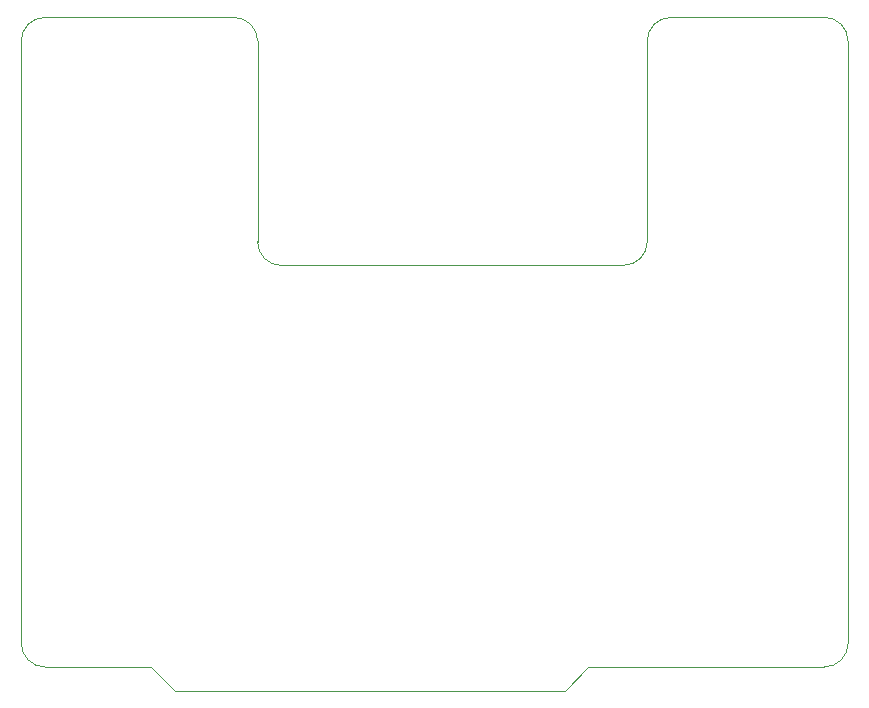
<source format=gbr>
%TF.GenerationSoftware,KiCad,Pcbnew,(6.0.11)*%
%TF.CreationDate,2024-08-05T21:32:57+07:00*%
%TF.ProjectId,Stepper_Motor_Expansion_Brd_revA,53746570-7065-4725-9f4d-6f746f725f45,rev?*%
%TF.SameCoordinates,PX5f5e100PY5f5e100*%
%TF.FileFunction,Profile,NP*%
%FSLAX46Y46*%
G04 Gerber Fmt 4.6, Leading zero omitted, Abs format (unit mm)*
G04 Created by KiCad (PCBNEW (6.0.11)) date 2024-08-05 21:32:57*
%MOMM*%
%LPD*%
G01*
G04 APERTURE LIST*
%TA.AperFunction,Profile*%
%ADD10C,0.100000*%
%TD*%
G04 APERTURE END LIST*
D10*
X20000000Y38000000D02*
G75*
G03*
X22000000Y36000000I2000000J0D01*
G01*
X2000000Y57000000D02*
X18000000Y57000000D01*
X11000000Y2000000D02*
X13000000Y0D01*
X70000000Y55000000D02*
G75*
G03*
X68000000Y57000000I-2000000J0D01*
G01*
X2000000Y2000000D02*
X11000000Y2000000D01*
X2000000Y57000000D02*
G75*
G03*
X0Y55000000I0J-2000000D01*
G01*
X20000000Y55000000D02*
X20000000Y38000000D01*
X55000000Y57000000D02*
G75*
G03*
X53000000Y55000000I0J-2000000D01*
G01*
X53000000Y55000000D02*
X53000000Y38000000D01*
X20000000Y55000000D02*
G75*
G03*
X18000000Y57000000I-2000000J0D01*
G01*
X46000000Y0D02*
X48000000Y2000000D01*
X48000000Y2000000D02*
X68000000Y2000000D01*
X0Y4000000D02*
G75*
G03*
X2000000Y2000000I2000000J0D01*
G01*
X68000000Y57000000D02*
X55000000Y57000000D01*
X70000000Y4000000D02*
X70000000Y55000000D01*
X13000000Y0D02*
X46000000Y0D01*
X68000000Y2000000D02*
G75*
G03*
X70000000Y4000000I0J2000000D01*
G01*
X51000000Y36000000D02*
G75*
G03*
X53000000Y38000000I0J2000000D01*
G01*
X22000000Y36000000D02*
X51000000Y36000000D01*
X0Y4000000D02*
X0Y55000000D01*
M02*

</source>
